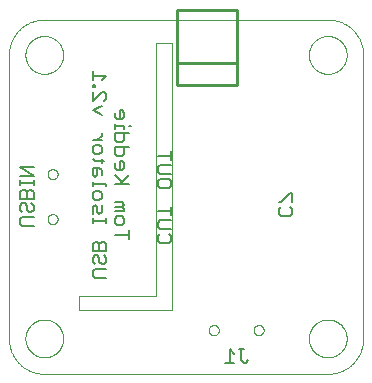
<source format=gbo>
G75*
%MOIN*%
%OFA0B0*%
%FSLAX25Y25*%
%IPPOS*%
%LPD*%
%AMOC8*
5,1,8,0,0,1.08239X$1,22.5*
%
%ADD10C,0.00500*%
%ADD11C,0.00000*%
%ADD12C,0.00600*%
%ADD13C,0.01000*%
D10*
X0082138Y0066789D02*
X0082138Y0068290D01*
X0082888Y0069041D01*
X0086642Y0069041D01*
X0085891Y0070642D02*
X0085140Y0070642D01*
X0084390Y0071393D01*
X0084390Y0072894D01*
X0083639Y0073645D01*
X0082888Y0073645D01*
X0082138Y0072894D01*
X0082138Y0071393D01*
X0082888Y0070642D01*
X0085891Y0070642D02*
X0086642Y0071393D01*
X0086642Y0072894D01*
X0085891Y0073645D01*
X0086642Y0075246D02*
X0086642Y0077498D01*
X0085891Y0078249D01*
X0085140Y0078249D01*
X0084390Y0077498D01*
X0084390Y0075246D01*
X0082138Y0075246D02*
X0086642Y0075246D01*
X0084390Y0077498D02*
X0083639Y0078249D01*
X0082888Y0078249D01*
X0082138Y0077498D01*
X0082138Y0075246D01*
X0089638Y0080584D02*
X0094142Y0080584D01*
X0094142Y0079083D02*
X0094142Y0082085D01*
X0091890Y0083687D02*
X0092640Y0084438D01*
X0092640Y0085939D01*
X0091890Y0086689D01*
X0090388Y0086689D01*
X0089638Y0085939D01*
X0089638Y0084438D01*
X0090388Y0083687D01*
X0091890Y0083687D01*
X0092640Y0088291D02*
X0089638Y0088291D01*
X0089638Y0089792D02*
X0091890Y0089792D01*
X0092640Y0090543D01*
X0091890Y0091293D01*
X0089638Y0091293D01*
X0091890Y0089792D02*
X0092640Y0089041D01*
X0092640Y0088291D01*
X0086642Y0085955D02*
X0086642Y0084454D01*
X0086642Y0085205D02*
X0082138Y0085205D01*
X0082138Y0085955D02*
X0082138Y0084454D01*
X0082138Y0087523D02*
X0082138Y0089775D01*
X0082888Y0090526D01*
X0083639Y0089775D01*
X0083639Y0088274D01*
X0084390Y0087523D01*
X0085140Y0088274D01*
X0085140Y0090526D01*
X0084390Y0092127D02*
X0082888Y0092127D01*
X0082138Y0092878D01*
X0082138Y0094379D01*
X0082888Y0095130D01*
X0084390Y0095130D01*
X0085140Y0094379D01*
X0085140Y0092878D01*
X0084390Y0092127D01*
X0086642Y0096731D02*
X0086642Y0097482D01*
X0082138Y0097482D01*
X0082138Y0096731D02*
X0082138Y0098233D01*
X0082888Y0099801D02*
X0082138Y0100551D01*
X0082138Y0102803D01*
X0084390Y0102803D01*
X0085140Y0102052D01*
X0085140Y0100551D01*
X0083639Y0100551D02*
X0083639Y0102803D01*
X0085140Y0104404D02*
X0085140Y0105906D01*
X0085891Y0105155D02*
X0082888Y0105155D01*
X0082138Y0105906D01*
X0082888Y0107474D02*
X0082138Y0108224D01*
X0082138Y0109726D01*
X0082888Y0110476D01*
X0084390Y0110476D01*
X0085140Y0109726D01*
X0085140Y0108224D01*
X0084390Y0107474D01*
X0082888Y0107474D01*
X0082138Y0112078D02*
X0085140Y0112078D01*
X0083639Y0112078D02*
X0085140Y0113579D01*
X0085140Y0114330D01*
X0089638Y0114313D02*
X0089638Y0112061D01*
X0090388Y0111310D01*
X0091890Y0111310D01*
X0092640Y0112061D01*
X0092640Y0114313D01*
X0094142Y0114313D02*
X0089638Y0114313D01*
X0089638Y0115914D02*
X0089638Y0117416D01*
X0089638Y0116665D02*
X0092640Y0116665D01*
X0092640Y0115914D01*
X0094142Y0116665D02*
X0094892Y0116665D01*
X0091890Y0118984D02*
X0092640Y0119734D01*
X0092640Y0121236D01*
X0091890Y0121986D01*
X0091139Y0121986D01*
X0091139Y0118984D01*
X0090388Y0118984D02*
X0091890Y0118984D01*
X0090388Y0118984D02*
X0089638Y0119734D01*
X0089638Y0121236D01*
X0085140Y0120518D02*
X0082138Y0122020D01*
X0085140Y0123521D01*
X0085891Y0125122D02*
X0086642Y0125873D01*
X0086642Y0127374D01*
X0085891Y0128125D01*
X0085140Y0128125D01*
X0082138Y0125122D01*
X0082138Y0128125D01*
X0082138Y0129726D02*
X0082138Y0130477D01*
X0082888Y0130477D01*
X0082888Y0129726D01*
X0082138Y0129726D01*
X0082138Y0132028D02*
X0082138Y0135031D01*
X0082138Y0133529D02*
X0086642Y0133529D01*
X0085140Y0132028D01*
X0089638Y0109709D02*
X0089638Y0107457D01*
X0090388Y0106706D01*
X0091890Y0106706D01*
X0092640Y0107457D01*
X0092640Y0109709D01*
X0094142Y0109709D02*
X0089638Y0109709D01*
X0091139Y0105105D02*
X0091139Y0102103D01*
X0090388Y0102103D02*
X0091890Y0102103D01*
X0092640Y0102853D01*
X0092640Y0104354D01*
X0091890Y0105105D01*
X0091139Y0105105D01*
X0089638Y0104354D02*
X0089638Y0102853D01*
X0090388Y0102103D01*
X0089638Y0100501D02*
X0091890Y0098249D01*
X0091139Y0097499D02*
X0094142Y0100501D01*
X0094142Y0097499D02*
X0089638Y0097499D01*
X0083639Y0100551D02*
X0082888Y0099801D01*
X0062423Y0100255D02*
X0057919Y0103258D01*
X0062423Y0103258D01*
X0062423Y0100255D02*
X0057919Y0100255D01*
X0057919Y0098687D02*
X0057919Y0097186D01*
X0057919Y0097936D02*
X0062423Y0097936D01*
X0062423Y0097186D02*
X0062423Y0098687D01*
X0061672Y0095584D02*
X0060922Y0095584D01*
X0060171Y0094834D01*
X0060171Y0092582D01*
X0059421Y0090980D02*
X0058670Y0090980D01*
X0057919Y0090230D01*
X0057919Y0088728D01*
X0058670Y0087978D01*
X0058670Y0086376D02*
X0062423Y0086376D01*
X0061672Y0087978D02*
X0060922Y0087978D01*
X0060171Y0088728D01*
X0060171Y0090230D01*
X0059421Y0090980D01*
X0057919Y0092582D02*
X0057919Y0094834D01*
X0058670Y0095584D01*
X0059421Y0095584D01*
X0060171Y0094834D01*
X0061672Y0095584D02*
X0062423Y0094834D01*
X0062423Y0092582D01*
X0057919Y0092582D01*
X0061672Y0090980D02*
X0062423Y0090230D01*
X0062423Y0088728D01*
X0061672Y0087978D01*
X0058670Y0086376D02*
X0057919Y0085626D01*
X0057919Y0084125D01*
X0058670Y0083374D01*
X0062423Y0083374D01*
X0082138Y0066789D02*
X0082888Y0066038D01*
X0086642Y0066038D01*
X0126320Y0037894D02*
X0129322Y0037894D01*
X0127821Y0037894D02*
X0127821Y0042398D01*
X0129322Y0040897D01*
X0130924Y0042398D02*
X0132425Y0042398D01*
X0131674Y0042398D02*
X0131674Y0038645D01*
X0132425Y0037894D01*
X0133176Y0037894D01*
X0133926Y0038645D01*
X0144965Y0086812D02*
X0144215Y0087563D01*
X0144215Y0089064D01*
X0144965Y0089815D01*
X0144965Y0091416D02*
X0144215Y0091416D01*
X0144965Y0091416D02*
X0147968Y0094419D01*
X0148718Y0094419D01*
X0148718Y0091416D01*
X0147968Y0089815D02*
X0148718Y0089064D01*
X0148718Y0087563D01*
X0147968Y0086812D01*
X0144965Y0086812D01*
D11*
X0054181Y0045967D02*
X0054181Y0140455D01*
X0059693Y0140455D02*
X0059695Y0140613D01*
X0059701Y0140771D01*
X0059711Y0140929D01*
X0059725Y0141087D01*
X0059743Y0141244D01*
X0059764Y0141401D01*
X0059790Y0141557D01*
X0059820Y0141713D01*
X0059853Y0141868D01*
X0059891Y0142021D01*
X0059932Y0142174D01*
X0059977Y0142326D01*
X0060026Y0142477D01*
X0060079Y0142626D01*
X0060135Y0142774D01*
X0060195Y0142920D01*
X0060259Y0143065D01*
X0060327Y0143208D01*
X0060398Y0143350D01*
X0060472Y0143490D01*
X0060550Y0143627D01*
X0060632Y0143763D01*
X0060716Y0143897D01*
X0060805Y0144028D01*
X0060896Y0144157D01*
X0060991Y0144284D01*
X0061088Y0144409D01*
X0061189Y0144531D01*
X0061293Y0144650D01*
X0061400Y0144767D01*
X0061510Y0144881D01*
X0061623Y0144992D01*
X0061738Y0145101D01*
X0061856Y0145206D01*
X0061977Y0145308D01*
X0062100Y0145408D01*
X0062226Y0145504D01*
X0062354Y0145597D01*
X0062484Y0145687D01*
X0062617Y0145773D01*
X0062752Y0145857D01*
X0062888Y0145936D01*
X0063027Y0146013D01*
X0063168Y0146085D01*
X0063310Y0146155D01*
X0063454Y0146220D01*
X0063600Y0146282D01*
X0063747Y0146340D01*
X0063896Y0146395D01*
X0064046Y0146446D01*
X0064197Y0146493D01*
X0064349Y0146536D01*
X0064502Y0146575D01*
X0064657Y0146611D01*
X0064812Y0146642D01*
X0064968Y0146670D01*
X0065124Y0146694D01*
X0065281Y0146714D01*
X0065439Y0146730D01*
X0065596Y0146742D01*
X0065755Y0146750D01*
X0065913Y0146754D01*
X0066071Y0146754D01*
X0066229Y0146750D01*
X0066388Y0146742D01*
X0066545Y0146730D01*
X0066703Y0146714D01*
X0066860Y0146694D01*
X0067016Y0146670D01*
X0067172Y0146642D01*
X0067327Y0146611D01*
X0067482Y0146575D01*
X0067635Y0146536D01*
X0067787Y0146493D01*
X0067938Y0146446D01*
X0068088Y0146395D01*
X0068237Y0146340D01*
X0068384Y0146282D01*
X0068530Y0146220D01*
X0068674Y0146155D01*
X0068816Y0146085D01*
X0068957Y0146013D01*
X0069096Y0145936D01*
X0069232Y0145857D01*
X0069367Y0145773D01*
X0069500Y0145687D01*
X0069630Y0145597D01*
X0069758Y0145504D01*
X0069884Y0145408D01*
X0070007Y0145308D01*
X0070128Y0145206D01*
X0070246Y0145101D01*
X0070361Y0144992D01*
X0070474Y0144881D01*
X0070584Y0144767D01*
X0070691Y0144650D01*
X0070795Y0144531D01*
X0070896Y0144409D01*
X0070993Y0144284D01*
X0071088Y0144157D01*
X0071179Y0144028D01*
X0071268Y0143897D01*
X0071352Y0143763D01*
X0071434Y0143627D01*
X0071512Y0143490D01*
X0071586Y0143350D01*
X0071657Y0143208D01*
X0071725Y0143065D01*
X0071789Y0142920D01*
X0071849Y0142774D01*
X0071905Y0142626D01*
X0071958Y0142477D01*
X0072007Y0142326D01*
X0072052Y0142174D01*
X0072093Y0142021D01*
X0072131Y0141868D01*
X0072164Y0141713D01*
X0072194Y0141557D01*
X0072220Y0141401D01*
X0072241Y0141244D01*
X0072259Y0141087D01*
X0072273Y0140929D01*
X0072283Y0140771D01*
X0072289Y0140613D01*
X0072291Y0140455D01*
X0072289Y0140297D01*
X0072283Y0140139D01*
X0072273Y0139981D01*
X0072259Y0139823D01*
X0072241Y0139666D01*
X0072220Y0139509D01*
X0072194Y0139353D01*
X0072164Y0139197D01*
X0072131Y0139042D01*
X0072093Y0138889D01*
X0072052Y0138736D01*
X0072007Y0138584D01*
X0071958Y0138433D01*
X0071905Y0138284D01*
X0071849Y0138136D01*
X0071789Y0137990D01*
X0071725Y0137845D01*
X0071657Y0137702D01*
X0071586Y0137560D01*
X0071512Y0137420D01*
X0071434Y0137283D01*
X0071352Y0137147D01*
X0071268Y0137013D01*
X0071179Y0136882D01*
X0071088Y0136753D01*
X0070993Y0136626D01*
X0070896Y0136501D01*
X0070795Y0136379D01*
X0070691Y0136260D01*
X0070584Y0136143D01*
X0070474Y0136029D01*
X0070361Y0135918D01*
X0070246Y0135809D01*
X0070128Y0135704D01*
X0070007Y0135602D01*
X0069884Y0135502D01*
X0069758Y0135406D01*
X0069630Y0135313D01*
X0069500Y0135223D01*
X0069367Y0135137D01*
X0069232Y0135053D01*
X0069096Y0134974D01*
X0068957Y0134897D01*
X0068816Y0134825D01*
X0068674Y0134755D01*
X0068530Y0134690D01*
X0068384Y0134628D01*
X0068237Y0134570D01*
X0068088Y0134515D01*
X0067938Y0134464D01*
X0067787Y0134417D01*
X0067635Y0134374D01*
X0067482Y0134335D01*
X0067327Y0134299D01*
X0067172Y0134268D01*
X0067016Y0134240D01*
X0066860Y0134216D01*
X0066703Y0134196D01*
X0066545Y0134180D01*
X0066388Y0134168D01*
X0066229Y0134160D01*
X0066071Y0134156D01*
X0065913Y0134156D01*
X0065755Y0134160D01*
X0065596Y0134168D01*
X0065439Y0134180D01*
X0065281Y0134196D01*
X0065124Y0134216D01*
X0064968Y0134240D01*
X0064812Y0134268D01*
X0064657Y0134299D01*
X0064502Y0134335D01*
X0064349Y0134374D01*
X0064197Y0134417D01*
X0064046Y0134464D01*
X0063896Y0134515D01*
X0063747Y0134570D01*
X0063600Y0134628D01*
X0063454Y0134690D01*
X0063310Y0134755D01*
X0063168Y0134825D01*
X0063027Y0134897D01*
X0062888Y0134974D01*
X0062752Y0135053D01*
X0062617Y0135137D01*
X0062484Y0135223D01*
X0062354Y0135313D01*
X0062226Y0135406D01*
X0062100Y0135502D01*
X0061977Y0135602D01*
X0061856Y0135704D01*
X0061738Y0135809D01*
X0061623Y0135918D01*
X0061510Y0136029D01*
X0061400Y0136143D01*
X0061293Y0136260D01*
X0061189Y0136379D01*
X0061088Y0136501D01*
X0060991Y0136626D01*
X0060896Y0136753D01*
X0060805Y0136882D01*
X0060716Y0137013D01*
X0060632Y0137147D01*
X0060550Y0137283D01*
X0060472Y0137420D01*
X0060398Y0137560D01*
X0060327Y0137702D01*
X0060259Y0137845D01*
X0060195Y0137990D01*
X0060135Y0138136D01*
X0060079Y0138284D01*
X0060026Y0138433D01*
X0059977Y0138584D01*
X0059932Y0138736D01*
X0059891Y0138889D01*
X0059853Y0139042D01*
X0059820Y0139197D01*
X0059790Y0139353D01*
X0059764Y0139509D01*
X0059743Y0139666D01*
X0059725Y0139823D01*
X0059711Y0139981D01*
X0059701Y0140139D01*
X0059695Y0140297D01*
X0059693Y0140455D01*
X0054181Y0140455D02*
X0054184Y0140740D01*
X0054195Y0141026D01*
X0054212Y0141311D01*
X0054236Y0141595D01*
X0054267Y0141879D01*
X0054305Y0142162D01*
X0054350Y0142443D01*
X0054401Y0142724D01*
X0054459Y0143004D01*
X0054524Y0143282D01*
X0054596Y0143558D01*
X0054674Y0143832D01*
X0054759Y0144105D01*
X0054851Y0144375D01*
X0054949Y0144643D01*
X0055053Y0144909D01*
X0055164Y0145172D01*
X0055281Y0145432D01*
X0055404Y0145690D01*
X0055534Y0145944D01*
X0055670Y0146195D01*
X0055811Y0146443D01*
X0055959Y0146687D01*
X0056112Y0146928D01*
X0056272Y0147164D01*
X0056437Y0147397D01*
X0056607Y0147626D01*
X0056783Y0147851D01*
X0056965Y0148071D01*
X0057151Y0148287D01*
X0057343Y0148498D01*
X0057540Y0148705D01*
X0057742Y0148907D01*
X0057949Y0149104D01*
X0058160Y0149296D01*
X0058376Y0149482D01*
X0058596Y0149664D01*
X0058821Y0149840D01*
X0059050Y0150010D01*
X0059283Y0150175D01*
X0059519Y0150335D01*
X0059760Y0150488D01*
X0060004Y0150636D01*
X0060252Y0150777D01*
X0060503Y0150913D01*
X0060757Y0151043D01*
X0061015Y0151166D01*
X0061275Y0151283D01*
X0061538Y0151394D01*
X0061804Y0151498D01*
X0062072Y0151596D01*
X0062342Y0151688D01*
X0062615Y0151773D01*
X0062889Y0151851D01*
X0063165Y0151923D01*
X0063443Y0151988D01*
X0063723Y0152046D01*
X0064004Y0152097D01*
X0064285Y0152142D01*
X0064568Y0152180D01*
X0064852Y0152211D01*
X0065136Y0152235D01*
X0065421Y0152252D01*
X0065707Y0152263D01*
X0065992Y0152266D01*
X0160480Y0152266D01*
X0154181Y0140455D02*
X0154183Y0140613D01*
X0154189Y0140771D01*
X0154199Y0140929D01*
X0154213Y0141087D01*
X0154231Y0141244D01*
X0154252Y0141401D01*
X0154278Y0141557D01*
X0154308Y0141713D01*
X0154341Y0141868D01*
X0154379Y0142021D01*
X0154420Y0142174D01*
X0154465Y0142326D01*
X0154514Y0142477D01*
X0154567Y0142626D01*
X0154623Y0142774D01*
X0154683Y0142920D01*
X0154747Y0143065D01*
X0154815Y0143208D01*
X0154886Y0143350D01*
X0154960Y0143490D01*
X0155038Y0143627D01*
X0155120Y0143763D01*
X0155204Y0143897D01*
X0155293Y0144028D01*
X0155384Y0144157D01*
X0155479Y0144284D01*
X0155576Y0144409D01*
X0155677Y0144531D01*
X0155781Y0144650D01*
X0155888Y0144767D01*
X0155998Y0144881D01*
X0156111Y0144992D01*
X0156226Y0145101D01*
X0156344Y0145206D01*
X0156465Y0145308D01*
X0156588Y0145408D01*
X0156714Y0145504D01*
X0156842Y0145597D01*
X0156972Y0145687D01*
X0157105Y0145773D01*
X0157240Y0145857D01*
X0157376Y0145936D01*
X0157515Y0146013D01*
X0157656Y0146085D01*
X0157798Y0146155D01*
X0157942Y0146220D01*
X0158088Y0146282D01*
X0158235Y0146340D01*
X0158384Y0146395D01*
X0158534Y0146446D01*
X0158685Y0146493D01*
X0158837Y0146536D01*
X0158990Y0146575D01*
X0159145Y0146611D01*
X0159300Y0146642D01*
X0159456Y0146670D01*
X0159612Y0146694D01*
X0159769Y0146714D01*
X0159927Y0146730D01*
X0160084Y0146742D01*
X0160243Y0146750D01*
X0160401Y0146754D01*
X0160559Y0146754D01*
X0160717Y0146750D01*
X0160876Y0146742D01*
X0161033Y0146730D01*
X0161191Y0146714D01*
X0161348Y0146694D01*
X0161504Y0146670D01*
X0161660Y0146642D01*
X0161815Y0146611D01*
X0161970Y0146575D01*
X0162123Y0146536D01*
X0162275Y0146493D01*
X0162426Y0146446D01*
X0162576Y0146395D01*
X0162725Y0146340D01*
X0162872Y0146282D01*
X0163018Y0146220D01*
X0163162Y0146155D01*
X0163304Y0146085D01*
X0163445Y0146013D01*
X0163584Y0145936D01*
X0163720Y0145857D01*
X0163855Y0145773D01*
X0163988Y0145687D01*
X0164118Y0145597D01*
X0164246Y0145504D01*
X0164372Y0145408D01*
X0164495Y0145308D01*
X0164616Y0145206D01*
X0164734Y0145101D01*
X0164849Y0144992D01*
X0164962Y0144881D01*
X0165072Y0144767D01*
X0165179Y0144650D01*
X0165283Y0144531D01*
X0165384Y0144409D01*
X0165481Y0144284D01*
X0165576Y0144157D01*
X0165667Y0144028D01*
X0165756Y0143897D01*
X0165840Y0143763D01*
X0165922Y0143627D01*
X0166000Y0143490D01*
X0166074Y0143350D01*
X0166145Y0143208D01*
X0166213Y0143065D01*
X0166277Y0142920D01*
X0166337Y0142774D01*
X0166393Y0142626D01*
X0166446Y0142477D01*
X0166495Y0142326D01*
X0166540Y0142174D01*
X0166581Y0142021D01*
X0166619Y0141868D01*
X0166652Y0141713D01*
X0166682Y0141557D01*
X0166708Y0141401D01*
X0166729Y0141244D01*
X0166747Y0141087D01*
X0166761Y0140929D01*
X0166771Y0140771D01*
X0166777Y0140613D01*
X0166779Y0140455D01*
X0166777Y0140297D01*
X0166771Y0140139D01*
X0166761Y0139981D01*
X0166747Y0139823D01*
X0166729Y0139666D01*
X0166708Y0139509D01*
X0166682Y0139353D01*
X0166652Y0139197D01*
X0166619Y0139042D01*
X0166581Y0138889D01*
X0166540Y0138736D01*
X0166495Y0138584D01*
X0166446Y0138433D01*
X0166393Y0138284D01*
X0166337Y0138136D01*
X0166277Y0137990D01*
X0166213Y0137845D01*
X0166145Y0137702D01*
X0166074Y0137560D01*
X0166000Y0137420D01*
X0165922Y0137283D01*
X0165840Y0137147D01*
X0165756Y0137013D01*
X0165667Y0136882D01*
X0165576Y0136753D01*
X0165481Y0136626D01*
X0165384Y0136501D01*
X0165283Y0136379D01*
X0165179Y0136260D01*
X0165072Y0136143D01*
X0164962Y0136029D01*
X0164849Y0135918D01*
X0164734Y0135809D01*
X0164616Y0135704D01*
X0164495Y0135602D01*
X0164372Y0135502D01*
X0164246Y0135406D01*
X0164118Y0135313D01*
X0163988Y0135223D01*
X0163855Y0135137D01*
X0163720Y0135053D01*
X0163584Y0134974D01*
X0163445Y0134897D01*
X0163304Y0134825D01*
X0163162Y0134755D01*
X0163018Y0134690D01*
X0162872Y0134628D01*
X0162725Y0134570D01*
X0162576Y0134515D01*
X0162426Y0134464D01*
X0162275Y0134417D01*
X0162123Y0134374D01*
X0161970Y0134335D01*
X0161815Y0134299D01*
X0161660Y0134268D01*
X0161504Y0134240D01*
X0161348Y0134216D01*
X0161191Y0134196D01*
X0161033Y0134180D01*
X0160876Y0134168D01*
X0160717Y0134160D01*
X0160559Y0134156D01*
X0160401Y0134156D01*
X0160243Y0134160D01*
X0160084Y0134168D01*
X0159927Y0134180D01*
X0159769Y0134196D01*
X0159612Y0134216D01*
X0159456Y0134240D01*
X0159300Y0134268D01*
X0159145Y0134299D01*
X0158990Y0134335D01*
X0158837Y0134374D01*
X0158685Y0134417D01*
X0158534Y0134464D01*
X0158384Y0134515D01*
X0158235Y0134570D01*
X0158088Y0134628D01*
X0157942Y0134690D01*
X0157798Y0134755D01*
X0157656Y0134825D01*
X0157515Y0134897D01*
X0157376Y0134974D01*
X0157240Y0135053D01*
X0157105Y0135137D01*
X0156972Y0135223D01*
X0156842Y0135313D01*
X0156714Y0135406D01*
X0156588Y0135502D01*
X0156465Y0135602D01*
X0156344Y0135704D01*
X0156226Y0135809D01*
X0156111Y0135918D01*
X0155998Y0136029D01*
X0155888Y0136143D01*
X0155781Y0136260D01*
X0155677Y0136379D01*
X0155576Y0136501D01*
X0155479Y0136626D01*
X0155384Y0136753D01*
X0155293Y0136882D01*
X0155204Y0137013D01*
X0155120Y0137147D01*
X0155038Y0137283D01*
X0154960Y0137420D01*
X0154886Y0137560D01*
X0154815Y0137702D01*
X0154747Y0137845D01*
X0154683Y0137990D01*
X0154623Y0138136D01*
X0154567Y0138284D01*
X0154514Y0138433D01*
X0154465Y0138584D01*
X0154420Y0138736D01*
X0154379Y0138889D01*
X0154341Y0139042D01*
X0154308Y0139197D01*
X0154278Y0139353D01*
X0154252Y0139509D01*
X0154231Y0139666D01*
X0154213Y0139823D01*
X0154199Y0139981D01*
X0154189Y0140139D01*
X0154183Y0140297D01*
X0154181Y0140455D01*
X0160480Y0152266D02*
X0160765Y0152263D01*
X0161051Y0152252D01*
X0161336Y0152235D01*
X0161620Y0152211D01*
X0161904Y0152180D01*
X0162187Y0152142D01*
X0162468Y0152097D01*
X0162749Y0152046D01*
X0163029Y0151988D01*
X0163307Y0151923D01*
X0163583Y0151851D01*
X0163857Y0151773D01*
X0164130Y0151688D01*
X0164400Y0151596D01*
X0164668Y0151498D01*
X0164934Y0151394D01*
X0165197Y0151283D01*
X0165457Y0151166D01*
X0165715Y0151043D01*
X0165969Y0150913D01*
X0166220Y0150777D01*
X0166468Y0150636D01*
X0166712Y0150488D01*
X0166953Y0150335D01*
X0167189Y0150175D01*
X0167422Y0150010D01*
X0167651Y0149840D01*
X0167876Y0149664D01*
X0168096Y0149482D01*
X0168312Y0149296D01*
X0168523Y0149104D01*
X0168730Y0148907D01*
X0168932Y0148705D01*
X0169129Y0148498D01*
X0169321Y0148287D01*
X0169507Y0148071D01*
X0169689Y0147851D01*
X0169865Y0147626D01*
X0170035Y0147397D01*
X0170200Y0147164D01*
X0170360Y0146928D01*
X0170513Y0146687D01*
X0170661Y0146443D01*
X0170802Y0146195D01*
X0170938Y0145944D01*
X0171068Y0145690D01*
X0171191Y0145432D01*
X0171308Y0145172D01*
X0171419Y0144909D01*
X0171523Y0144643D01*
X0171621Y0144375D01*
X0171713Y0144105D01*
X0171798Y0143832D01*
X0171876Y0143558D01*
X0171948Y0143282D01*
X0172013Y0143004D01*
X0172071Y0142724D01*
X0172122Y0142443D01*
X0172167Y0142162D01*
X0172205Y0141879D01*
X0172236Y0141595D01*
X0172260Y0141311D01*
X0172277Y0141026D01*
X0172288Y0140740D01*
X0172291Y0140455D01*
X0172291Y0045967D01*
X0154181Y0045967D02*
X0154183Y0046125D01*
X0154189Y0046283D01*
X0154199Y0046441D01*
X0154213Y0046599D01*
X0154231Y0046756D01*
X0154252Y0046913D01*
X0154278Y0047069D01*
X0154308Y0047225D01*
X0154341Y0047380D01*
X0154379Y0047533D01*
X0154420Y0047686D01*
X0154465Y0047838D01*
X0154514Y0047989D01*
X0154567Y0048138D01*
X0154623Y0048286D01*
X0154683Y0048432D01*
X0154747Y0048577D01*
X0154815Y0048720D01*
X0154886Y0048862D01*
X0154960Y0049002D01*
X0155038Y0049139D01*
X0155120Y0049275D01*
X0155204Y0049409D01*
X0155293Y0049540D01*
X0155384Y0049669D01*
X0155479Y0049796D01*
X0155576Y0049921D01*
X0155677Y0050043D01*
X0155781Y0050162D01*
X0155888Y0050279D01*
X0155998Y0050393D01*
X0156111Y0050504D01*
X0156226Y0050613D01*
X0156344Y0050718D01*
X0156465Y0050820D01*
X0156588Y0050920D01*
X0156714Y0051016D01*
X0156842Y0051109D01*
X0156972Y0051199D01*
X0157105Y0051285D01*
X0157240Y0051369D01*
X0157376Y0051448D01*
X0157515Y0051525D01*
X0157656Y0051597D01*
X0157798Y0051667D01*
X0157942Y0051732D01*
X0158088Y0051794D01*
X0158235Y0051852D01*
X0158384Y0051907D01*
X0158534Y0051958D01*
X0158685Y0052005D01*
X0158837Y0052048D01*
X0158990Y0052087D01*
X0159145Y0052123D01*
X0159300Y0052154D01*
X0159456Y0052182D01*
X0159612Y0052206D01*
X0159769Y0052226D01*
X0159927Y0052242D01*
X0160084Y0052254D01*
X0160243Y0052262D01*
X0160401Y0052266D01*
X0160559Y0052266D01*
X0160717Y0052262D01*
X0160876Y0052254D01*
X0161033Y0052242D01*
X0161191Y0052226D01*
X0161348Y0052206D01*
X0161504Y0052182D01*
X0161660Y0052154D01*
X0161815Y0052123D01*
X0161970Y0052087D01*
X0162123Y0052048D01*
X0162275Y0052005D01*
X0162426Y0051958D01*
X0162576Y0051907D01*
X0162725Y0051852D01*
X0162872Y0051794D01*
X0163018Y0051732D01*
X0163162Y0051667D01*
X0163304Y0051597D01*
X0163445Y0051525D01*
X0163584Y0051448D01*
X0163720Y0051369D01*
X0163855Y0051285D01*
X0163988Y0051199D01*
X0164118Y0051109D01*
X0164246Y0051016D01*
X0164372Y0050920D01*
X0164495Y0050820D01*
X0164616Y0050718D01*
X0164734Y0050613D01*
X0164849Y0050504D01*
X0164962Y0050393D01*
X0165072Y0050279D01*
X0165179Y0050162D01*
X0165283Y0050043D01*
X0165384Y0049921D01*
X0165481Y0049796D01*
X0165576Y0049669D01*
X0165667Y0049540D01*
X0165756Y0049409D01*
X0165840Y0049275D01*
X0165922Y0049139D01*
X0166000Y0049002D01*
X0166074Y0048862D01*
X0166145Y0048720D01*
X0166213Y0048577D01*
X0166277Y0048432D01*
X0166337Y0048286D01*
X0166393Y0048138D01*
X0166446Y0047989D01*
X0166495Y0047838D01*
X0166540Y0047686D01*
X0166581Y0047533D01*
X0166619Y0047380D01*
X0166652Y0047225D01*
X0166682Y0047069D01*
X0166708Y0046913D01*
X0166729Y0046756D01*
X0166747Y0046599D01*
X0166761Y0046441D01*
X0166771Y0046283D01*
X0166777Y0046125D01*
X0166779Y0045967D01*
X0166777Y0045809D01*
X0166771Y0045651D01*
X0166761Y0045493D01*
X0166747Y0045335D01*
X0166729Y0045178D01*
X0166708Y0045021D01*
X0166682Y0044865D01*
X0166652Y0044709D01*
X0166619Y0044554D01*
X0166581Y0044401D01*
X0166540Y0044248D01*
X0166495Y0044096D01*
X0166446Y0043945D01*
X0166393Y0043796D01*
X0166337Y0043648D01*
X0166277Y0043502D01*
X0166213Y0043357D01*
X0166145Y0043214D01*
X0166074Y0043072D01*
X0166000Y0042932D01*
X0165922Y0042795D01*
X0165840Y0042659D01*
X0165756Y0042525D01*
X0165667Y0042394D01*
X0165576Y0042265D01*
X0165481Y0042138D01*
X0165384Y0042013D01*
X0165283Y0041891D01*
X0165179Y0041772D01*
X0165072Y0041655D01*
X0164962Y0041541D01*
X0164849Y0041430D01*
X0164734Y0041321D01*
X0164616Y0041216D01*
X0164495Y0041114D01*
X0164372Y0041014D01*
X0164246Y0040918D01*
X0164118Y0040825D01*
X0163988Y0040735D01*
X0163855Y0040649D01*
X0163720Y0040565D01*
X0163584Y0040486D01*
X0163445Y0040409D01*
X0163304Y0040337D01*
X0163162Y0040267D01*
X0163018Y0040202D01*
X0162872Y0040140D01*
X0162725Y0040082D01*
X0162576Y0040027D01*
X0162426Y0039976D01*
X0162275Y0039929D01*
X0162123Y0039886D01*
X0161970Y0039847D01*
X0161815Y0039811D01*
X0161660Y0039780D01*
X0161504Y0039752D01*
X0161348Y0039728D01*
X0161191Y0039708D01*
X0161033Y0039692D01*
X0160876Y0039680D01*
X0160717Y0039672D01*
X0160559Y0039668D01*
X0160401Y0039668D01*
X0160243Y0039672D01*
X0160084Y0039680D01*
X0159927Y0039692D01*
X0159769Y0039708D01*
X0159612Y0039728D01*
X0159456Y0039752D01*
X0159300Y0039780D01*
X0159145Y0039811D01*
X0158990Y0039847D01*
X0158837Y0039886D01*
X0158685Y0039929D01*
X0158534Y0039976D01*
X0158384Y0040027D01*
X0158235Y0040082D01*
X0158088Y0040140D01*
X0157942Y0040202D01*
X0157798Y0040267D01*
X0157656Y0040337D01*
X0157515Y0040409D01*
X0157376Y0040486D01*
X0157240Y0040565D01*
X0157105Y0040649D01*
X0156972Y0040735D01*
X0156842Y0040825D01*
X0156714Y0040918D01*
X0156588Y0041014D01*
X0156465Y0041114D01*
X0156344Y0041216D01*
X0156226Y0041321D01*
X0156111Y0041430D01*
X0155998Y0041541D01*
X0155888Y0041655D01*
X0155781Y0041772D01*
X0155677Y0041891D01*
X0155576Y0042013D01*
X0155479Y0042138D01*
X0155384Y0042265D01*
X0155293Y0042394D01*
X0155204Y0042525D01*
X0155120Y0042659D01*
X0155038Y0042795D01*
X0154960Y0042932D01*
X0154886Y0043072D01*
X0154815Y0043214D01*
X0154747Y0043357D01*
X0154683Y0043502D01*
X0154623Y0043648D01*
X0154567Y0043796D01*
X0154514Y0043945D01*
X0154465Y0044096D01*
X0154420Y0044248D01*
X0154379Y0044401D01*
X0154341Y0044554D01*
X0154308Y0044709D01*
X0154278Y0044865D01*
X0154252Y0045021D01*
X0154231Y0045178D01*
X0154213Y0045335D01*
X0154199Y0045493D01*
X0154189Y0045651D01*
X0154183Y0045809D01*
X0154181Y0045967D01*
X0160480Y0034156D02*
X0160765Y0034159D01*
X0161051Y0034170D01*
X0161336Y0034187D01*
X0161620Y0034211D01*
X0161904Y0034242D01*
X0162187Y0034280D01*
X0162468Y0034325D01*
X0162749Y0034376D01*
X0163029Y0034434D01*
X0163307Y0034499D01*
X0163583Y0034571D01*
X0163857Y0034649D01*
X0164130Y0034734D01*
X0164400Y0034826D01*
X0164668Y0034924D01*
X0164934Y0035028D01*
X0165197Y0035139D01*
X0165457Y0035256D01*
X0165715Y0035379D01*
X0165969Y0035509D01*
X0166220Y0035645D01*
X0166468Y0035786D01*
X0166712Y0035934D01*
X0166953Y0036087D01*
X0167189Y0036247D01*
X0167422Y0036412D01*
X0167651Y0036582D01*
X0167876Y0036758D01*
X0168096Y0036940D01*
X0168312Y0037126D01*
X0168523Y0037318D01*
X0168730Y0037515D01*
X0168932Y0037717D01*
X0169129Y0037924D01*
X0169321Y0038135D01*
X0169507Y0038351D01*
X0169689Y0038571D01*
X0169865Y0038796D01*
X0170035Y0039025D01*
X0170200Y0039258D01*
X0170360Y0039494D01*
X0170513Y0039735D01*
X0170661Y0039979D01*
X0170802Y0040227D01*
X0170938Y0040478D01*
X0171068Y0040732D01*
X0171191Y0040990D01*
X0171308Y0041250D01*
X0171419Y0041513D01*
X0171523Y0041779D01*
X0171621Y0042047D01*
X0171713Y0042317D01*
X0171798Y0042590D01*
X0171876Y0042864D01*
X0171948Y0043140D01*
X0172013Y0043418D01*
X0172071Y0043698D01*
X0172122Y0043979D01*
X0172167Y0044260D01*
X0172205Y0044543D01*
X0172236Y0044827D01*
X0172260Y0045111D01*
X0172277Y0045396D01*
X0172288Y0045682D01*
X0172291Y0045967D01*
X0160480Y0034156D02*
X0065992Y0034156D01*
X0059693Y0045967D02*
X0059695Y0046125D01*
X0059701Y0046283D01*
X0059711Y0046441D01*
X0059725Y0046599D01*
X0059743Y0046756D01*
X0059764Y0046913D01*
X0059790Y0047069D01*
X0059820Y0047225D01*
X0059853Y0047380D01*
X0059891Y0047533D01*
X0059932Y0047686D01*
X0059977Y0047838D01*
X0060026Y0047989D01*
X0060079Y0048138D01*
X0060135Y0048286D01*
X0060195Y0048432D01*
X0060259Y0048577D01*
X0060327Y0048720D01*
X0060398Y0048862D01*
X0060472Y0049002D01*
X0060550Y0049139D01*
X0060632Y0049275D01*
X0060716Y0049409D01*
X0060805Y0049540D01*
X0060896Y0049669D01*
X0060991Y0049796D01*
X0061088Y0049921D01*
X0061189Y0050043D01*
X0061293Y0050162D01*
X0061400Y0050279D01*
X0061510Y0050393D01*
X0061623Y0050504D01*
X0061738Y0050613D01*
X0061856Y0050718D01*
X0061977Y0050820D01*
X0062100Y0050920D01*
X0062226Y0051016D01*
X0062354Y0051109D01*
X0062484Y0051199D01*
X0062617Y0051285D01*
X0062752Y0051369D01*
X0062888Y0051448D01*
X0063027Y0051525D01*
X0063168Y0051597D01*
X0063310Y0051667D01*
X0063454Y0051732D01*
X0063600Y0051794D01*
X0063747Y0051852D01*
X0063896Y0051907D01*
X0064046Y0051958D01*
X0064197Y0052005D01*
X0064349Y0052048D01*
X0064502Y0052087D01*
X0064657Y0052123D01*
X0064812Y0052154D01*
X0064968Y0052182D01*
X0065124Y0052206D01*
X0065281Y0052226D01*
X0065439Y0052242D01*
X0065596Y0052254D01*
X0065755Y0052262D01*
X0065913Y0052266D01*
X0066071Y0052266D01*
X0066229Y0052262D01*
X0066388Y0052254D01*
X0066545Y0052242D01*
X0066703Y0052226D01*
X0066860Y0052206D01*
X0067016Y0052182D01*
X0067172Y0052154D01*
X0067327Y0052123D01*
X0067482Y0052087D01*
X0067635Y0052048D01*
X0067787Y0052005D01*
X0067938Y0051958D01*
X0068088Y0051907D01*
X0068237Y0051852D01*
X0068384Y0051794D01*
X0068530Y0051732D01*
X0068674Y0051667D01*
X0068816Y0051597D01*
X0068957Y0051525D01*
X0069096Y0051448D01*
X0069232Y0051369D01*
X0069367Y0051285D01*
X0069500Y0051199D01*
X0069630Y0051109D01*
X0069758Y0051016D01*
X0069884Y0050920D01*
X0070007Y0050820D01*
X0070128Y0050718D01*
X0070246Y0050613D01*
X0070361Y0050504D01*
X0070474Y0050393D01*
X0070584Y0050279D01*
X0070691Y0050162D01*
X0070795Y0050043D01*
X0070896Y0049921D01*
X0070993Y0049796D01*
X0071088Y0049669D01*
X0071179Y0049540D01*
X0071268Y0049409D01*
X0071352Y0049275D01*
X0071434Y0049139D01*
X0071512Y0049002D01*
X0071586Y0048862D01*
X0071657Y0048720D01*
X0071725Y0048577D01*
X0071789Y0048432D01*
X0071849Y0048286D01*
X0071905Y0048138D01*
X0071958Y0047989D01*
X0072007Y0047838D01*
X0072052Y0047686D01*
X0072093Y0047533D01*
X0072131Y0047380D01*
X0072164Y0047225D01*
X0072194Y0047069D01*
X0072220Y0046913D01*
X0072241Y0046756D01*
X0072259Y0046599D01*
X0072273Y0046441D01*
X0072283Y0046283D01*
X0072289Y0046125D01*
X0072291Y0045967D01*
X0072289Y0045809D01*
X0072283Y0045651D01*
X0072273Y0045493D01*
X0072259Y0045335D01*
X0072241Y0045178D01*
X0072220Y0045021D01*
X0072194Y0044865D01*
X0072164Y0044709D01*
X0072131Y0044554D01*
X0072093Y0044401D01*
X0072052Y0044248D01*
X0072007Y0044096D01*
X0071958Y0043945D01*
X0071905Y0043796D01*
X0071849Y0043648D01*
X0071789Y0043502D01*
X0071725Y0043357D01*
X0071657Y0043214D01*
X0071586Y0043072D01*
X0071512Y0042932D01*
X0071434Y0042795D01*
X0071352Y0042659D01*
X0071268Y0042525D01*
X0071179Y0042394D01*
X0071088Y0042265D01*
X0070993Y0042138D01*
X0070896Y0042013D01*
X0070795Y0041891D01*
X0070691Y0041772D01*
X0070584Y0041655D01*
X0070474Y0041541D01*
X0070361Y0041430D01*
X0070246Y0041321D01*
X0070128Y0041216D01*
X0070007Y0041114D01*
X0069884Y0041014D01*
X0069758Y0040918D01*
X0069630Y0040825D01*
X0069500Y0040735D01*
X0069367Y0040649D01*
X0069232Y0040565D01*
X0069096Y0040486D01*
X0068957Y0040409D01*
X0068816Y0040337D01*
X0068674Y0040267D01*
X0068530Y0040202D01*
X0068384Y0040140D01*
X0068237Y0040082D01*
X0068088Y0040027D01*
X0067938Y0039976D01*
X0067787Y0039929D01*
X0067635Y0039886D01*
X0067482Y0039847D01*
X0067327Y0039811D01*
X0067172Y0039780D01*
X0067016Y0039752D01*
X0066860Y0039728D01*
X0066703Y0039708D01*
X0066545Y0039692D01*
X0066388Y0039680D01*
X0066229Y0039672D01*
X0066071Y0039668D01*
X0065913Y0039668D01*
X0065755Y0039672D01*
X0065596Y0039680D01*
X0065439Y0039692D01*
X0065281Y0039708D01*
X0065124Y0039728D01*
X0064968Y0039752D01*
X0064812Y0039780D01*
X0064657Y0039811D01*
X0064502Y0039847D01*
X0064349Y0039886D01*
X0064197Y0039929D01*
X0064046Y0039976D01*
X0063896Y0040027D01*
X0063747Y0040082D01*
X0063600Y0040140D01*
X0063454Y0040202D01*
X0063310Y0040267D01*
X0063168Y0040337D01*
X0063027Y0040409D01*
X0062888Y0040486D01*
X0062752Y0040565D01*
X0062617Y0040649D01*
X0062484Y0040735D01*
X0062354Y0040825D01*
X0062226Y0040918D01*
X0062100Y0041014D01*
X0061977Y0041114D01*
X0061856Y0041216D01*
X0061738Y0041321D01*
X0061623Y0041430D01*
X0061510Y0041541D01*
X0061400Y0041655D01*
X0061293Y0041772D01*
X0061189Y0041891D01*
X0061088Y0042013D01*
X0060991Y0042138D01*
X0060896Y0042265D01*
X0060805Y0042394D01*
X0060716Y0042525D01*
X0060632Y0042659D01*
X0060550Y0042795D01*
X0060472Y0042932D01*
X0060398Y0043072D01*
X0060327Y0043214D01*
X0060259Y0043357D01*
X0060195Y0043502D01*
X0060135Y0043648D01*
X0060079Y0043796D01*
X0060026Y0043945D01*
X0059977Y0044096D01*
X0059932Y0044248D01*
X0059891Y0044401D01*
X0059853Y0044554D01*
X0059820Y0044709D01*
X0059790Y0044865D01*
X0059764Y0045021D01*
X0059743Y0045178D01*
X0059725Y0045335D01*
X0059711Y0045493D01*
X0059701Y0045651D01*
X0059695Y0045809D01*
X0059693Y0045967D01*
X0054181Y0045967D02*
X0054184Y0045682D01*
X0054195Y0045396D01*
X0054212Y0045111D01*
X0054236Y0044827D01*
X0054267Y0044543D01*
X0054305Y0044260D01*
X0054350Y0043979D01*
X0054401Y0043698D01*
X0054459Y0043418D01*
X0054524Y0043140D01*
X0054596Y0042864D01*
X0054674Y0042590D01*
X0054759Y0042317D01*
X0054851Y0042047D01*
X0054949Y0041779D01*
X0055053Y0041513D01*
X0055164Y0041250D01*
X0055281Y0040990D01*
X0055404Y0040732D01*
X0055534Y0040478D01*
X0055670Y0040227D01*
X0055811Y0039979D01*
X0055959Y0039735D01*
X0056112Y0039494D01*
X0056272Y0039258D01*
X0056437Y0039025D01*
X0056607Y0038796D01*
X0056783Y0038571D01*
X0056965Y0038351D01*
X0057151Y0038135D01*
X0057343Y0037924D01*
X0057540Y0037717D01*
X0057742Y0037515D01*
X0057949Y0037318D01*
X0058160Y0037126D01*
X0058376Y0036940D01*
X0058596Y0036758D01*
X0058821Y0036582D01*
X0059050Y0036412D01*
X0059283Y0036247D01*
X0059519Y0036087D01*
X0059760Y0035934D01*
X0060004Y0035786D01*
X0060252Y0035645D01*
X0060503Y0035509D01*
X0060757Y0035379D01*
X0061015Y0035256D01*
X0061275Y0035139D01*
X0061538Y0035028D01*
X0061804Y0034924D01*
X0062072Y0034826D01*
X0062342Y0034734D01*
X0062615Y0034649D01*
X0062889Y0034571D01*
X0063165Y0034499D01*
X0063443Y0034434D01*
X0063723Y0034376D01*
X0064004Y0034325D01*
X0064285Y0034280D01*
X0064568Y0034242D01*
X0064852Y0034211D01*
X0065136Y0034187D01*
X0065421Y0034170D01*
X0065707Y0034159D01*
X0065992Y0034156D01*
X0077409Y0055416D02*
X0077409Y0059944D01*
X0103197Y0059944D01*
X0103197Y0144589D01*
X0108512Y0144589D01*
X0108512Y0055416D01*
X0103197Y0055416D01*
X0077409Y0055416D01*
X0067075Y0085731D02*
X0067077Y0085812D01*
X0067083Y0085894D01*
X0067093Y0085975D01*
X0067107Y0086055D01*
X0067124Y0086134D01*
X0067146Y0086213D01*
X0067171Y0086290D01*
X0067200Y0086367D01*
X0067233Y0086441D01*
X0067270Y0086514D01*
X0067309Y0086585D01*
X0067353Y0086654D01*
X0067399Y0086721D01*
X0067449Y0086785D01*
X0067502Y0086847D01*
X0067558Y0086907D01*
X0067616Y0086963D01*
X0067678Y0087017D01*
X0067742Y0087068D01*
X0067808Y0087115D01*
X0067876Y0087159D01*
X0067947Y0087200D01*
X0068019Y0087237D01*
X0068094Y0087271D01*
X0068169Y0087301D01*
X0068247Y0087327D01*
X0068325Y0087350D01*
X0068404Y0087368D01*
X0068484Y0087383D01*
X0068565Y0087394D01*
X0068646Y0087401D01*
X0068728Y0087404D01*
X0068809Y0087403D01*
X0068890Y0087398D01*
X0068971Y0087389D01*
X0069052Y0087376D01*
X0069132Y0087359D01*
X0069210Y0087339D01*
X0069288Y0087314D01*
X0069365Y0087286D01*
X0069440Y0087254D01*
X0069513Y0087219D01*
X0069584Y0087180D01*
X0069654Y0087137D01*
X0069721Y0087092D01*
X0069787Y0087043D01*
X0069849Y0086991D01*
X0069909Y0086935D01*
X0069966Y0086877D01*
X0070021Y0086817D01*
X0070072Y0086753D01*
X0070120Y0086688D01*
X0070165Y0086620D01*
X0070207Y0086550D01*
X0070245Y0086478D01*
X0070280Y0086404D01*
X0070311Y0086329D01*
X0070338Y0086252D01*
X0070361Y0086174D01*
X0070381Y0086095D01*
X0070397Y0086015D01*
X0070409Y0085934D01*
X0070417Y0085853D01*
X0070421Y0085772D01*
X0070421Y0085690D01*
X0070417Y0085609D01*
X0070409Y0085528D01*
X0070397Y0085447D01*
X0070381Y0085367D01*
X0070361Y0085288D01*
X0070338Y0085210D01*
X0070311Y0085133D01*
X0070280Y0085058D01*
X0070245Y0084984D01*
X0070207Y0084912D01*
X0070165Y0084842D01*
X0070120Y0084774D01*
X0070072Y0084709D01*
X0070021Y0084645D01*
X0069966Y0084585D01*
X0069909Y0084527D01*
X0069849Y0084471D01*
X0069787Y0084419D01*
X0069721Y0084370D01*
X0069654Y0084325D01*
X0069585Y0084282D01*
X0069513Y0084243D01*
X0069440Y0084208D01*
X0069365Y0084176D01*
X0069288Y0084148D01*
X0069210Y0084123D01*
X0069132Y0084103D01*
X0069052Y0084086D01*
X0068971Y0084073D01*
X0068890Y0084064D01*
X0068809Y0084059D01*
X0068728Y0084058D01*
X0068646Y0084061D01*
X0068565Y0084068D01*
X0068484Y0084079D01*
X0068404Y0084094D01*
X0068325Y0084112D01*
X0068247Y0084135D01*
X0068169Y0084161D01*
X0068094Y0084191D01*
X0068019Y0084225D01*
X0067947Y0084262D01*
X0067876Y0084303D01*
X0067808Y0084347D01*
X0067742Y0084394D01*
X0067678Y0084445D01*
X0067616Y0084499D01*
X0067558Y0084555D01*
X0067502Y0084615D01*
X0067449Y0084677D01*
X0067399Y0084741D01*
X0067353Y0084808D01*
X0067309Y0084877D01*
X0067270Y0084948D01*
X0067233Y0085021D01*
X0067200Y0085095D01*
X0067171Y0085172D01*
X0067146Y0085249D01*
X0067124Y0085328D01*
X0067107Y0085407D01*
X0067093Y0085487D01*
X0067083Y0085568D01*
X0067077Y0085650D01*
X0067075Y0085731D01*
X0067075Y0100692D02*
X0067077Y0100773D01*
X0067083Y0100855D01*
X0067093Y0100936D01*
X0067107Y0101016D01*
X0067124Y0101095D01*
X0067146Y0101174D01*
X0067171Y0101251D01*
X0067200Y0101328D01*
X0067233Y0101402D01*
X0067270Y0101475D01*
X0067309Y0101546D01*
X0067353Y0101615D01*
X0067399Y0101682D01*
X0067449Y0101746D01*
X0067502Y0101808D01*
X0067558Y0101868D01*
X0067616Y0101924D01*
X0067678Y0101978D01*
X0067742Y0102029D01*
X0067808Y0102076D01*
X0067876Y0102120D01*
X0067947Y0102161D01*
X0068019Y0102198D01*
X0068094Y0102232D01*
X0068169Y0102262D01*
X0068247Y0102288D01*
X0068325Y0102311D01*
X0068404Y0102329D01*
X0068484Y0102344D01*
X0068565Y0102355D01*
X0068646Y0102362D01*
X0068728Y0102365D01*
X0068809Y0102364D01*
X0068890Y0102359D01*
X0068971Y0102350D01*
X0069052Y0102337D01*
X0069132Y0102320D01*
X0069210Y0102300D01*
X0069288Y0102275D01*
X0069365Y0102247D01*
X0069440Y0102215D01*
X0069513Y0102180D01*
X0069584Y0102141D01*
X0069654Y0102098D01*
X0069721Y0102053D01*
X0069787Y0102004D01*
X0069849Y0101952D01*
X0069909Y0101896D01*
X0069966Y0101838D01*
X0070021Y0101778D01*
X0070072Y0101714D01*
X0070120Y0101649D01*
X0070165Y0101581D01*
X0070207Y0101511D01*
X0070245Y0101439D01*
X0070280Y0101365D01*
X0070311Y0101290D01*
X0070338Y0101213D01*
X0070361Y0101135D01*
X0070381Y0101056D01*
X0070397Y0100976D01*
X0070409Y0100895D01*
X0070417Y0100814D01*
X0070421Y0100733D01*
X0070421Y0100651D01*
X0070417Y0100570D01*
X0070409Y0100489D01*
X0070397Y0100408D01*
X0070381Y0100328D01*
X0070361Y0100249D01*
X0070338Y0100171D01*
X0070311Y0100094D01*
X0070280Y0100019D01*
X0070245Y0099945D01*
X0070207Y0099873D01*
X0070165Y0099803D01*
X0070120Y0099735D01*
X0070072Y0099670D01*
X0070021Y0099606D01*
X0069966Y0099546D01*
X0069909Y0099488D01*
X0069849Y0099432D01*
X0069787Y0099380D01*
X0069721Y0099331D01*
X0069654Y0099286D01*
X0069585Y0099243D01*
X0069513Y0099204D01*
X0069440Y0099169D01*
X0069365Y0099137D01*
X0069288Y0099109D01*
X0069210Y0099084D01*
X0069132Y0099064D01*
X0069052Y0099047D01*
X0068971Y0099034D01*
X0068890Y0099025D01*
X0068809Y0099020D01*
X0068728Y0099019D01*
X0068646Y0099022D01*
X0068565Y0099029D01*
X0068484Y0099040D01*
X0068404Y0099055D01*
X0068325Y0099073D01*
X0068247Y0099096D01*
X0068169Y0099122D01*
X0068094Y0099152D01*
X0068019Y0099186D01*
X0067947Y0099223D01*
X0067876Y0099264D01*
X0067808Y0099308D01*
X0067742Y0099355D01*
X0067678Y0099406D01*
X0067616Y0099460D01*
X0067558Y0099516D01*
X0067502Y0099576D01*
X0067449Y0099638D01*
X0067399Y0099702D01*
X0067353Y0099769D01*
X0067309Y0099838D01*
X0067270Y0099909D01*
X0067233Y0099982D01*
X0067200Y0100056D01*
X0067171Y0100133D01*
X0067146Y0100210D01*
X0067124Y0100289D01*
X0067107Y0100368D01*
X0067093Y0100448D01*
X0067083Y0100529D01*
X0067077Y0100611D01*
X0067075Y0100692D01*
X0120815Y0048723D02*
X0120817Y0048804D01*
X0120823Y0048886D01*
X0120833Y0048967D01*
X0120847Y0049047D01*
X0120864Y0049126D01*
X0120886Y0049205D01*
X0120911Y0049282D01*
X0120940Y0049359D01*
X0120973Y0049433D01*
X0121010Y0049506D01*
X0121049Y0049577D01*
X0121093Y0049646D01*
X0121139Y0049713D01*
X0121189Y0049777D01*
X0121242Y0049839D01*
X0121298Y0049899D01*
X0121356Y0049955D01*
X0121418Y0050009D01*
X0121482Y0050060D01*
X0121548Y0050107D01*
X0121616Y0050151D01*
X0121687Y0050192D01*
X0121759Y0050229D01*
X0121834Y0050263D01*
X0121909Y0050293D01*
X0121987Y0050319D01*
X0122065Y0050342D01*
X0122144Y0050360D01*
X0122224Y0050375D01*
X0122305Y0050386D01*
X0122386Y0050393D01*
X0122468Y0050396D01*
X0122549Y0050395D01*
X0122630Y0050390D01*
X0122711Y0050381D01*
X0122792Y0050368D01*
X0122872Y0050351D01*
X0122950Y0050331D01*
X0123028Y0050306D01*
X0123105Y0050278D01*
X0123180Y0050246D01*
X0123253Y0050211D01*
X0123324Y0050172D01*
X0123394Y0050129D01*
X0123461Y0050084D01*
X0123527Y0050035D01*
X0123589Y0049983D01*
X0123649Y0049927D01*
X0123706Y0049869D01*
X0123761Y0049809D01*
X0123812Y0049745D01*
X0123860Y0049680D01*
X0123905Y0049612D01*
X0123947Y0049542D01*
X0123985Y0049470D01*
X0124020Y0049396D01*
X0124051Y0049321D01*
X0124078Y0049244D01*
X0124101Y0049166D01*
X0124121Y0049087D01*
X0124137Y0049007D01*
X0124149Y0048926D01*
X0124157Y0048845D01*
X0124161Y0048764D01*
X0124161Y0048682D01*
X0124157Y0048601D01*
X0124149Y0048520D01*
X0124137Y0048439D01*
X0124121Y0048359D01*
X0124101Y0048280D01*
X0124078Y0048202D01*
X0124051Y0048125D01*
X0124020Y0048050D01*
X0123985Y0047976D01*
X0123947Y0047904D01*
X0123905Y0047834D01*
X0123860Y0047766D01*
X0123812Y0047701D01*
X0123761Y0047637D01*
X0123706Y0047577D01*
X0123649Y0047519D01*
X0123589Y0047463D01*
X0123527Y0047411D01*
X0123461Y0047362D01*
X0123394Y0047317D01*
X0123325Y0047274D01*
X0123253Y0047235D01*
X0123180Y0047200D01*
X0123105Y0047168D01*
X0123028Y0047140D01*
X0122950Y0047115D01*
X0122872Y0047095D01*
X0122792Y0047078D01*
X0122711Y0047065D01*
X0122630Y0047056D01*
X0122549Y0047051D01*
X0122468Y0047050D01*
X0122386Y0047053D01*
X0122305Y0047060D01*
X0122224Y0047071D01*
X0122144Y0047086D01*
X0122065Y0047104D01*
X0121987Y0047127D01*
X0121909Y0047153D01*
X0121834Y0047183D01*
X0121759Y0047217D01*
X0121687Y0047254D01*
X0121616Y0047295D01*
X0121548Y0047339D01*
X0121482Y0047386D01*
X0121418Y0047437D01*
X0121356Y0047491D01*
X0121298Y0047547D01*
X0121242Y0047607D01*
X0121189Y0047669D01*
X0121139Y0047733D01*
X0121093Y0047800D01*
X0121049Y0047869D01*
X0121010Y0047940D01*
X0120973Y0048013D01*
X0120940Y0048087D01*
X0120911Y0048164D01*
X0120886Y0048241D01*
X0120864Y0048320D01*
X0120847Y0048399D01*
X0120833Y0048479D01*
X0120823Y0048560D01*
X0120817Y0048642D01*
X0120815Y0048723D01*
X0135776Y0048723D02*
X0135778Y0048804D01*
X0135784Y0048886D01*
X0135794Y0048967D01*
X0135808Y0049047D01*
X0135825Y0049126D01*
X0135847Y0049205D01*
X0135872Y0049282D01*
X0135901Y0049359D01*
X0135934Y0049433D01*
X0135971Y0049506D01*
X0136010Y0049577D01*
X0136054Y0049646D01*
X0136100Y0049713D01*
X0136150Y0049777D01*
X0136203Y0049839D01*
X0136259Y0049899D01*
X0136317Y0049955D01*
X0136379Y0050009D01*
X0136443Y0050060D01*
X0136509Y0050107D01*
X0136577Y0050151D01*
X0136648Y0050192D01*
X0136720Y0050229D01*
X0136795Y0050263D01*
X0136870Y0050293D01*
X0136948Y0050319D01*
X0137026Y0050342D01*
X0137105Y0050360D01*
X0137185Y0050375D01*
X0137266Y0050386D01*
X0137347Y0050393D01*
X0137429Y0050396D01*
X0137510Y0050395D01*
X0137591Y0050390D01*
X0137672Y0050381D01*
X0137753Y0050368D01*
X0137833Y0050351D01*
X0137911Y0050331D01*
X0137989Y0050306D01*
X0138066Y0050278D01*
X0138141Y0050246D01*
X0138214Y0050211D01*
X0138285Y0050172D01*
X0138355Y0050129D01*
X0138422Y0050084D01*
X0138488Y0050035D01*
X0138550Y0049983D01*
X0138610Y0049927D01*
X0138667Y0049869D01*
X0138722Y0049809D01*
X0138773Y0049745D01*
X0138821Y0049680D01*
X0138866Y0049612D01*
X0138908Y0049542D01*
X0138946Y0049470D01*
X0138981Y0049396D01*
X0139012Y0049321D01*
X0139039Y0049244D01*
X0139062Y0049166D01*
X0139082Y0049087D01*
X0139098Y0049007D01*
X0139110Y0048926D01*
X0139118Y0048845D01*
X0139122Y0048764D01*
X0139122Y0048682D01*
X0139118Y0048601D01*
X0139110Y0048520D01*
X0139098Y0048439D01*
X0139082Y0048359D01*
X0139062Y0048280D01*
X0139039Y0048202D01*
X0139012Y0048125D01*
X0138981Y0048050D01*
X0138946Y0047976D01*
X0138908Y0047904D01*
X0138866Y0047834D01*
X0138821Y0047766D01*
X0138773Y0047701D01*
X0138722Y0047637D01*
X0138667Y0047577D01*
X0138610Y0047519D01*
X0138550Y0047463D01*
X0138488Y0047411D01*
X0138422Y0047362D01*
X0138355Y0047317D01*
X0138286Y0047274D01*
X0138214Y0047235D01*
X0138141Y0047200D01*
X0138066Y0047168D01*
X0137989Y0047140D01*
X0137911Y0047115D01*
X0137833Y0047095D01*
X0137753Y0047078D01*
X0137672Y0047065D01*
X0137591Y0047056D01*
X0137510Y0047051D01*
X0137429Y0047050D01*
X0137347Y0047053D01*
X0137266Y0047060D01*
X0137185Y0047071D01*
X0137105Y0047086D01*
X0137026Y0047104D01*
X0136948Y0047127D01*
X0136870Y0047153D01*
X0136795Y0047183D01*
X0136720Y0047217D01*
X0136648Y0047254D01*
X0136577Y0047295D01*
X0136509Y0047339D01*
X0136443Y0047386D01*
X0136379Y0047437D01*
X0136317Y0047491D01*
X0136259Y0047547D01*
X0136203Y0047607D01*
X0136150Y0047669D01*
X0136100Y0047733D01*
X0136054Y0047800D01*
X0136010Y0047869D01*
X0135971Y0047940D01*
X0135934Y0048013D01*
X0135901Y0048087D01*
X0135872Y0048164D01*
X0135847Y0048241D01*
X0135825Y0048320D01*
X0135808Y0048399D01*
X0135794Y0048479D01*
X0135784Y0048560D01*
X0135778Y0048642D01*
X0135776Y0048723D01*
D12*
X0107423Y0077791D02*
X0104487Y0077791D01*
X0103753Y0078525D01*
X0103753Y0079993D01*
X0104487Y0080727D01*
X0104487Y0082395D02*
X0103753Y0083129D01*
X0103753Y0084597D01*
X0104487Y0085331D01*
X0108157Y0085331D01*
X0108157Y0086999D02*
X0108157Y0089935D01*
X0108157Y0088467D02*
X0103753Y0088467D01*
X0104487Y0082395D02*
X0108157Y0082395D01*
X0107423Y0080727D02*
X0108157Y0079993D01*
X0108157Y0078525D01*
X0107423Y0077791D01*
X0107423Y0096207D02*
X0104487Y0096207D01*
X0103753Y0096941D01*
X0103753Y0098409D01*
X0104487Y0099143D01*
X0107423Y0099143D01*
X0108157Y0098409D01*
X0108157Y0096941D01*
X0107423Y0096207D01*
X0108157Y0100811D02*
X0104487Y0100811D01*
X0103753Y0101545D01*
X0103753Y0103013D01*
X0104487Y0103747D01*
X0108157Y0103747D01*
X0108157Y0105415D02*
X0108157Y0108351D01*
X0108157Y0106883D02*
X0103753Y0106883D01*
D13*
X0110126Y0130416D02*
X0110126Y0137916D01*
X0130126Y0137916D01*
X0130126Y0155416D01*
X0110126Y0155416D01*
X0110126Y0137916D01*
X0110126Y0130416D02*
X0130126Y0130416D01*
X0130126Y0137916D01*
M02*

</source>
